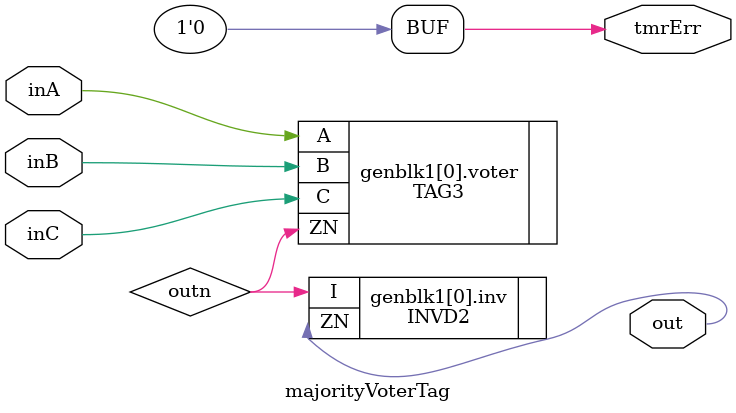
<source format=v>
/**
 *  File  : majorityVoterTag.v
 *  Author: Szymon Kulis (CERN)
 **/

`timescale 1ps/1ps

module majorityVoterTag (inA, inB, inC, out, tmrErr);
  // tmrg do_not_touch
  parameter WIDTH = 1;
  input   [(WIDTH-1):0]   inA, inB, inC;
  output  [(WIDTH-1):0]   out;
  output                  tmrErr;
  assign tmrErr=1'b0;
  genvar i;
  wire  [(WIDTH-1):0]   outn;
  for (i=0;i<WIDTH;i=i+1)
  begin
    TAG3 voter(.A(inA[i]), .B(inB[i]), .C(inC[i]), .ZN(outn[i]));
    INVD2 inv(.I(outn[i]),.ZN(out[i]));
  end

endmodule


</source>
